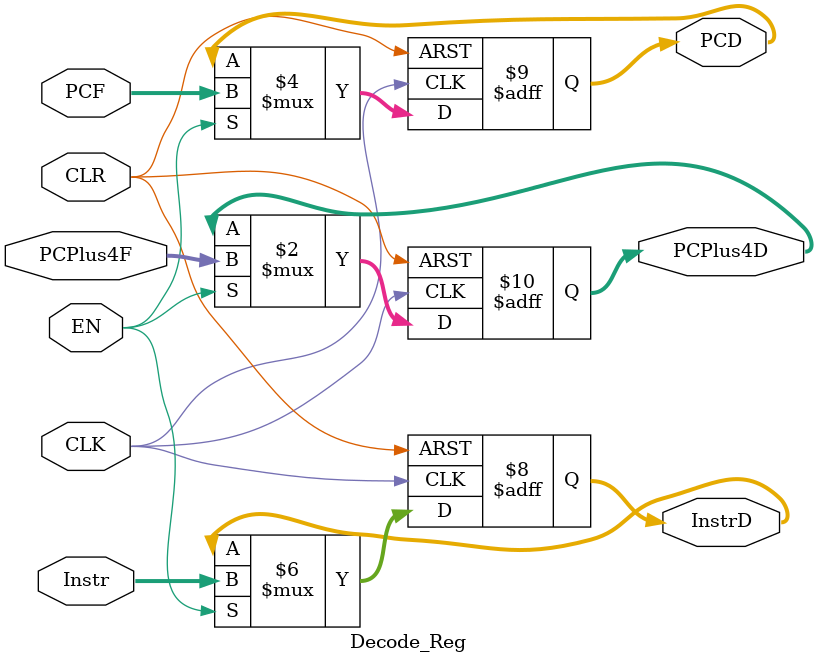
<source format=v>
`default_nettype none

module Decode_Reg (
    //input
    input CLR,              //to clear execute register
    input CLK,              //clock
    input EN,               //active high enable

    input [31:0] Instr,
    input [31:0] PCF,
    input [31:0] PCPlus4F,


    output reg [31:0] InstrD,
    output reg [31:0] PCD,
    output reg [31:0] PCPlus4D

);

always @(posedge CLK or posedge CLR) begin

    if (CLR) begin
        InstrD <= 32'b0;
        PCD <= 32'b0;
        PCPlus4D <= 32'b0;
    end
    else if (EN) begin

    InstrD <= Instr;
    PCD <= PCF;
    PCPlus4D <= PCPlus4F;
    end

end

endmodule
</source>
